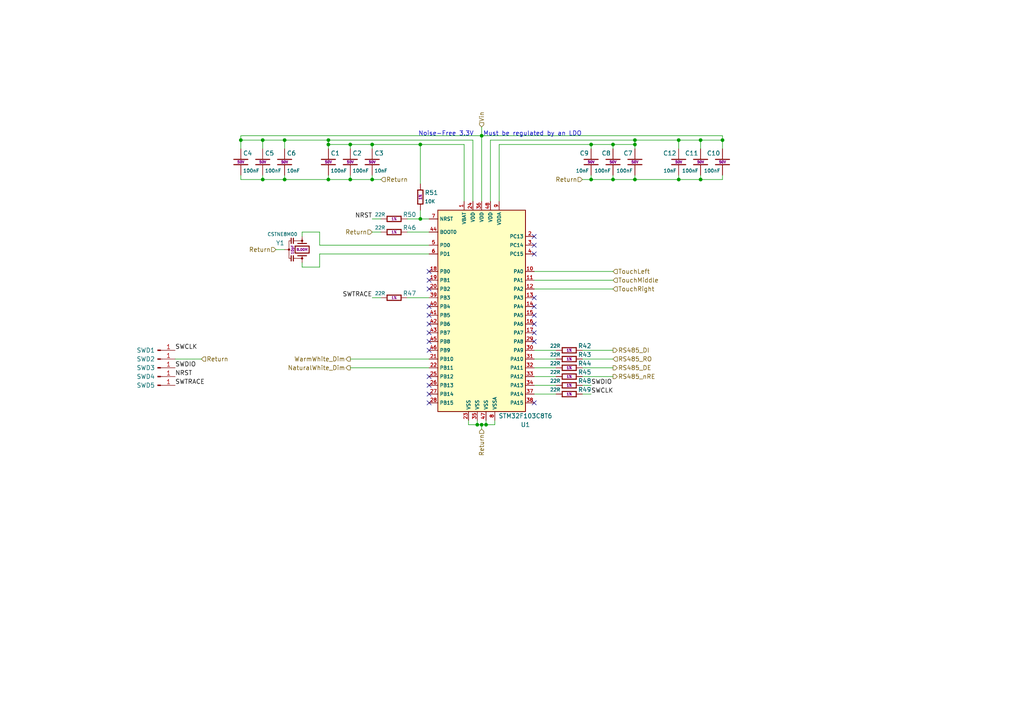
<source format=kicad_sch>
(kicad_sch (version 20231120) (generator "eeschema") (generator_version "8.0")
  (paper "A4")
  (lib_symbols
    (symbol "CoE_Capacitor:100nF" (pin_numbers hide) (pin_names (offset 0.254) hide)
      (property "Reference" "C" (at 0.635 2.54 0))
      (property "Value" "100nF" (at 0.635 -2.54 0))
      (property "Voltage" "50V" (at 0 0 0))
      (symbol "100nF_1_1"
        (polyline (pts (xy -2.032 -0.762) (xy 2.032 -0.762)) (stroke (width 0.3048)) (fill (type outline)))
        (polyline (pts (xy -2.032 0.762) (xy 2.032 0.762)) (stroke (width 0.3048)) (fill (type outline)))
        (pin passive line (at 0 3.81 270) (length 2.9972) (name "~") (number "1"))
        (pin passive line (at 0 -3.81 90) (length 2.9972) (name "~") (number "2"))
      )
    )
    (symbol "CoE_Capacitor:10nF" (pin_numbers hide) (pin_names (offset 0.254) hide)
      (property "Reference" "C" (at 0.635 2.54 0))
      (property "Value" "10nF" (at 0.635 -2.54 0))
      (property "Voltage" "50V" (at 0 0 0))
      (symbol "10nF_1_1"
        (polyline (pts (xy -2.032 -0.762) (xy 2.032 -0.762)) (stroke (width 0.3048)) (fill (type outline)))
        (polyline (pts (xy -2.032 0.762) (xy 2.032 0.762)) (stroke (width 0.3048)) (fill (type outline)))
        (pin passive line (at 0 3.81 270) (length 2.9972) (name "~") (number "1"))
        (pin passive line (at 0 -3.81 90) (length 2.9972) (name "~") (number "2"))
      )
    )
    (symbol "CoE_Clock:CSTNE8M00" (pin_numbers hide) (pin_names (offset 0.254) hide)
      (property "Reference" "Y" (at -7.62 1.905 0))
      (property "Value" "CSTNE8M00" (at -5.715 4.445 0))
      (property "Frequency" "8.00M" (at 0 0 0))
      (property "Load Capacitance" "10pF" (at -2.794 0 90))
      (symbol "CSTNE8M00_1_1"
        (circle (center -3.81 0) (radius 0.254) (fill (type outline)))
        (circle (center 0 -2.54) (radius 0.254) (fill (type outline)))
        (polyline (pts (xy -3.175 -1.778) (xy -3.175 -3.302)) (stroke (width 0.3048)))
        (polyline (pts (xy -3.175 3.302) (xy -3.175 1.778)) (stroke (width 0.3048)))
        (polyline (pts (xy -2.54 -3.302) (xy -2.54 -1.778)) (stroke (width 0.3048)))
        (polyline (pts (xy -2.54 1.778) (xy -2.54 3.302)) (stroke (width 0.3048)))
        (polyline (pts (xy -2.413 2.54) (xy 0 2.54)))
        (polyline (pts (xy -1.27 -1.778) (xy 1.27 -1.778)) (stroke (width 0.3048)))
        (polyline (pts (xy -1.27 1.778) (xy 1.27 1.778)) (stroke (width 0.3048)))
        (polyline (pts (xy 0 -2.54) (xy -2.54 -2.54)))
        (polyline (pts (xy 0 -1.905) (xy 0 -2.54)))
        (polyline (pts (xy 0 1.905) (xy 0 3.175)))
        (polyline (pts (xy -3.302 -2.54) (xy -3.81 -2.54) (xy -3.81 2.54) (xy -3.302 2.54)))
        (circle (center 0 2.54) (radius 0.254) (fill (type outline)))
        (rectangle (start 2.032 1.016) (end -2.032 -1.016) (stroke (width 0.3048)))
        (pin passive line (at 0 3.81 270) (length 1.27) (name "1") (number "1"))
        (pin passive line (at -5.08 0 0) (length 1.27) (name "2") (number "2"))
        (pin passive line (at 0 -3.81 90) (length 1.27) (name "3") (number "3"))
      )
    )
    (symbol "CoE_IntegratedCircuit:STM32F103C8T6"
      (property "Reference" "U" (at 12.7 -44.45 0))
      (property "Value" "STM32F103C8T6" (at 12.7 -41.91 0))
      (symbol "STM32F103C8T6_0_1"
        (rectangle (start -12.7 17.78) (end 12.7 -40.64) (stroke (width 0.254)) (fill (type background)))
      )
      (symbol "STM32F103C8T6_1_1"
        (pin power_in line (at -5.08 20.32 270) (length 2.54) (name "VBAT") (number "1"))
        (pin bidirectional line (at 15.24 0 180) (length 2.54) (name "PA0") (number "10"))
        (pin bidirectional line (at 15.24 -2.54 180) (length 2.54) (name "PA1") (number "11"))
        (pin bidirectional line (at 15.24 -5.08 180) (length 2.54) (name "PA2") (number "12"))
        (pin bidirectional line (at 15.24 -7.62 180) (length 2.54) (name "PA3") (number "13"))
        (pin bidirectional line (at 15.24 -10.16 180) (length 2.54) (name "PA4") (number "14"))
        (pin bidirectional line (at 15.24 -12.7 180) (length 2.54) (name "PA5") (number "15"))
        (pin bidirectional line (at 15.24 -15.24 180) (length 2.54) (name "PA6") (number "16"))
        (pin bidirectional line (at 15.24 -17.78 180) (length 2.54) (name "PA7") (number "17"))
        (pin bidirectional line (at -15.24 0 0) (length 2.54) (name "PB0") (number "18"))
        (pin bidirectional line (at -15.24 -2.54 0) (length 2.54) (name "PB1") (number "19"))
        (pin bidirectional line (at 15.24 10.16 180) (length 2.54) (name "PC13") (number "2"))
        (pin bidirectional line (at -15.24 -5.08 0) (length 2.54) (name "PB2") (number "20"))
        (pin bidirectional line (at -15.24 -25.4 0) (length 2.54) (name "PB10") (number "21"))
        (pin bidirectional line (at -15.24 -27.94 0) (length 2.54) (name "PB11") (number "22"))
        (pin power_in line (at -3.81 -43.18 90) (length 2.54) (name "VSS") (number "23"))
        (pin power_in line (at -2.54 20.32 270) (length 2.54) (name "VDD") (number "24"))
        (pin bidirectional line (at -15.24 -30.48 0) (length 2.54) (name "PB12") (number "25"))
        (pin bidirectional line (at -15.24 -33.02 0) (length 2.54) (name "PB13") (number "26"))
        (pin bidirectional line (at -15.24 -35.56 0) (length 2.54) (name "PB14") (number "27"))
        (pin bidirectional line (at -15.24 -38.1 0) (length 2.54) (name "PB15") (number "28"))
        (pin bidirectional line (at 15.24 -20.32 180) (length 2.54) (name "PA8") (number "29"))
        (pin bidirectional line (at 15.24 7.62 180) (length 2.54) (name "PC14") (number "3"))
        (pin bidirectional line (at 15.24 -22.86 180) (length 2.54) (name "PA9") (number "30"))
        (pin bidirectional line (at 15.24 -25.4 180) (length 2.54) (name "PA10") (number "31"))
        (pin bidirectional line (at 15.24 -27.94 180) (length 2.54) (name "PA11") (number "32"))
        (pin bidirectional line (at 15.24 -30.48 180) (length 2.54) (name "PA12") (number "33"))
        (pin bidirectional line (at 15.24 -33.02 180) (length 2.54) (name "PA13") (number "34"))
        (pin power_in line (at -1.27 -43.18 90) (length 2.54) (name "VSS") (number "35"))
        (pin power_in line (at 0 20.32 270) (length 2.54) (name "VDD") (number "36"))
        (pin bidirectional line (at 15.24 -35.56 180) (length 2.54) (name "PA14") (number "37"))
        (pin bidirectional line (at 15.24 -38.1 180) (length 2.54) (name "PA15") (number "38"))
        (pin bidirectional line (at -15.24 -7.62 0) (length 2.54) (name "PB3") (number "39"))
        (pin bidirectional line (at 15.24 5.08 180) (length 2.54) (name "PC15") (number "4"))
        (pin bidirectional line (at -15.24 -10.16 0) (length 2.54) (name "PB4") (number "40"))
        (pin bidirectional line (at -15.24 -12.7 0) (length 2.54) (name "PB5") (number "41"))
        (pin bidirectional line (at -15.24 -15.24 0) (length 2.54) (name "PB6") (number "42"))
        (pin bidirectional line (at -15.24 -17.78 0) (length 2.54) (name "PB7") (number "43"))
        (pin input line (at -15.24 11.43 0) (length 2.54) (name "BOOT0") (number "44"))
        (pin bidirectional line (at -15.24 -20.32 0) (length 2.54) (name "PB8") (number "45"))
        (pin bidirectional line (at -15.24 -22.86 0) (length 2.54) (name "PB9") (number "46"))
        (pin power_in line (at 1.27 -43.18 90) (length 2.54) (name "VSS") (number "47"))
        (pin power_in line (at 2.54 20.32 270) (length 2.54) (name "VDD") (number "48"))
        (pin bidirectional line (at -15.24 7.62 0) (length 2.54) (name "PD0") (number "5"))
        (pin bidirectional line (at -15.24 5.08 0) (length 2.54) (name "PD1") (number "6"))
        (pin input line (at -15.24 15.24 0) (length 2.54) (name "NRST") (number "7"))
        (pin power_in line (at 3.81 -43.18 90) (length 2.54) (name "VSSA") (number "8"))
        (pin power_in line (at 5.08 20.32 270) (length 2.54) (name "VDDA") (number "9"))
      )
    )
    (symbol "CoE_Resistor:10K" (pin_numbers hide) (pin_names (offset 0.254) hide)
      (property "Reference" "R" (at 1.27 1.27 0))
      (property "Value" "10K" (at 1.27 -1.27 0))
      (property "Tolerance" "1%" (at 0 0 90))
      (symbol "10K_1_1"
        (polyline (pts (xy -0.762 -2.032) (xy -0.762 2.032)) (stroke (width 0.3048)) (fill (type outline)))
        (polyline (pts (xy 0.762 -2.032) (xy -0.762 -2.032)) (stroke (width 0.3048)) (fill (type outline)))
        (polyline (pts (xy 0.762 -2.032) (xy 0.762 2.032)) (stroke (width 0.3048)) (fill (type outline)))
        (polyline (pts (xy 0.762 2.032) (xy -0.762 2.032)) (stroke (width 0.3048)) (fill (type outline)))
        (pin passive line (at 0 3.81 270) (length 1.6002) (name "~") (number "1"))
        (pin passive line (at 0 -3.81 90) (length 1.6002) (name "~") (number "2"))
      )
    )
    (symbol "CoE_Resistor:22R" (pin_numbers hide) (pin_names (offset 0.254) hide)
      (property "Reference" "R" (at 1.27 1.27 0))
      (property "Value" "22R" (at 1.27 -1.27 0))
      (property "Tolerance" "1%" (at 0 0 90))
      (symbol "22R_1_1"
        (polyline (pts (xy -0.762 -2.032) (xy -0.762 2.032)) (stroke (width 0.3048)) (fill (type outline)))
        (polyline (pts (xy 0.762 -2.032) (xy -0.762 -2.032)) (stroke (width 0.3048)) (fill (type outline)))
        (polyline (pts (xy 0.762 -2.032) (xy 0.762 2.032)) (stroke (width 0.3048)) (fill (type outline)))
        (polyline (pts (xy 0.762 2.032) (xy -0.762 2.032)) (stroke (width 0.3048)) (fill (type outline)))
        (pin passive line (at 0 3.81 270) (length 1.6002) (name "~") (number "1"))
        (pin passive line (at 0 -3.81 90) (length 1.6002) (name "~") (number "2"))
      )
    )
    (symbol "Connector:Conn_01x01_Pin" (pin_names (offset 1.016) hide)
      (property "Reference" "J" (at 0 2.54 0))
      (property "Value" "Conn_01x01_Pin" (at 0 -2.54 0))
      (symbol "Conn_01x01_Pin_1_1"
        (polyline (pts (xy 1.27 0) (xy 0.8636 0)) (stroke (width 0.1524)))
        (rectangle (start 0.8636 0.127) (end 0 -0.127) (stroke (width 0.1524)) (fill (type outline)))
        (pin passive line (at 5.08 0 180) (length 3.81) (name "Pin_1") (number "1"))
      )
    )
  )
  (junction (at 101.6 41.91))
  (junction (at 184.15 40.64))
  (junction (at 203.2 52.07))
  (junction (at 107.95 52.07))
  (junction (at 140.97 123.19))
  (junction (at 184.15 52.07))
  (junction (at 203.2 40.64))
  (junction (at 171.45 52.07))
  (junction (at 138.43 123.19))
  (junction (at 82.55 40.64))
  (junction (at 76.2 40.64))
  (junction (at 196.85 52.07))
  (junction (at 69.85 40.64))
  (junction (at 171.45 41.91))
  (junction (at 107.95 41.91))
  (junction (at 177.8 41.91))
  (junction (at 121.92 41.91))
  (junction (at 139.7 39.37))
  (junction (at 139.7 123.19))
  (junction (at 196.85 40.64))
  (junction (at 209.55 40.64))
  (junction (at 177.8 52.07))
  (junction (at 95.25 40.64))
  (junction (at 95.25 52.07))
  (junction (at 121.92 63.5))
  (junction (at 76.2 52.07))
  (junction (at 101.6 52.07))
  (junction (at 184.15 41.91))
  (junction (at 82.55 52.07))
  (junction (at 95.25 41.91))
  (no_connect (at 124.46 88.9))
  (no_connect (at 124.46 111.76))
  (no_connect (at 124.46 99.06))
  (no_connect (at 154.94 73.66))
  (no_connect (at 124.46 81.28))
  (no_connect (at 154.94 86.36))
  (no_connect (at 154.94 96.52))
  (no_connect (at 154.94 68.58))
  (no_connect (at 124.46 96.52))
  (no_connect (at 124.46 93.98))
  (no_connect (at 124.46 114.3))
  (no_connect (at 124.46 83.82))
  (no_connect (at 154.94 116.84))
  (no_connect (at 124.46 109.22))
  (no_connect (at 154.94 71.12))
  (no_connect (at 124.46 116.84))
  (no_connect (at 124.46 91.44))
  (no_connect (at 154.94 91.44))
  (no_connect (at 154.94 88.9))
  (no_connect (at 124.46 78.74))
  (no_connect (at 124.46 101.6))
  (no_connect (at 154.94 93.98))
  (no_connect (at 154.94 99.06))
  (wire (pts (xy 143.51 123.19) (xy 143.51 121.92)))
  (wire (pts (xy 184.15 41.91) (xy 184.15 43.18)))
  (wire (pts (xy 138.43 123.19) (xy 138.43 121.92)))
  (wire (pts (xy 154.94 106.68) (xy 161.29 106.68)))
  (wire (pts (xy 184.15 40.64) (xy 184.15 41.91)))
  (wire (pts (xy 171.45 41.91) (xy 177.8 41.91)))
  (wire (pts (xy 95.25 41.91) (xy 95.25 43.18)))
  (wire (pts (xy 184.15 50.8) (xy 184.15 52.07)))
  (wire (pts (xy 92.71 67.31) (xy 92.71 71.12)))
  (wire (pts (xy 135.89 123.19) (xy 135.89 121.92)))
  (wire (pts (xy 80.01 72.39) (xy 82.55 72.39)))
  (wire (pts (xy 184.15 40.64) (xy 142.24 40.64)))
  (wire (pts (xy 69.85 40.64) (xy 76.2 40.64)))
  (wire (pts (xy 168.91 101.6) (xy 177.8 101.6)))
  (wire (pts (xy 121.92 63.5) (xy 124.46 63.5)))
  (wire (pts (xy 76.2 52.07) (xy 82.55 52.07)))
  (wire (pts (xy 168.91 52.07) (xy 171.45 52.07)))
  (wire (pts (xy 139.7 58.42) (xy 139.7 39.37)))
  (wire (pts (xy 154.94 83.82) (xy 177.8 83.82)))
  (wire (pts (xy 82.55 50.8) (xy 82.55 52.07)))
  (wire (pts (xy 101.6 41.91) (xy 101.6 43.18)))
  (wire (pts (xy 142.24 40.64) (xy 142.24 58.42)))
  (wire (pts (xy 140.97 123.19) (xy 143.51 123.19)))
  (wire (pts (xy 69.85 52.07) (xy 76.2 52.07)))
  (wire (pts (xy 154.94 104.14) (xy 161.29 104.14)))
  (wire (pts (xy 177.8 50.8) (xy 177.8 52.07)))
  (wire (pts (xy 101.6 106.68) (xy 124.46 106.68)))
  (wire (pts (xy 107.95 41.91) (xy 107.95 43.18)))
  (wire (pts (xy 184.15 52.07) (xy 196.85 52.07)))
  (wire (pts (xy 171.45 52.07) (xy 177.8 52.07)))
  (wire (pts (xy 154.94 114.3) (xy 161.29 114.3)))
  (wire (pts (xy 121.92 41.91) (xy 121.92 53.34)))
  (wire (pts (xy 50.8 104.14) (xy 58.42 104.14)))
  (wire (pts (xy 209.55 50.8) (xy 209.55 52.07)))
  (wire (pts (xy 177.8 52.07) (xy 184.15 52.07)))
  (wire (pts (xy 95.25 50.8) (xy 95.25 52.07)))
  (wire (pts (xy 144.78 41.91) (xy 171.45 41.91)))
  (wire (pts (xy 87.63 67.31) (xy 92.71 67.31)))
  (wire (pts (xy 95.25 40.64) (xy 137.16 40.64)))
  (wire (pts (xy 154.94 101.6) (xy 161.29 101.6)))
  (wire (pts (xy 118.11 67.31) (xy 124.46 67.31)))
  (wire (pts (xy 168.91 114.3) (xy 171.45 114.3)))
  (wire (pts (xy 168.91 106.68) (xy 177.8 106.68)))
  (wire (pts (xy 92.71 71.12) (xy 124.46 71.12)))
  (wire (pts (xy 196.85 40.64) (xy 196.85 43.18)))
  (wire (pts (xy 196.85 50.8) (xy 196.85 52.07)))
  (wire (pts (xy 69.85 39.37) (xy 139.7 39.37)))
  (wire (pts (xy 196.85 40.64) (xy 203.2 40.64)))
  (wire (pts (xy 139.7 39.37) (xy 209.55 39.37)))
  (wire (pts (xy 196.85 52.07) (xy 203.2 52.07)))
  (wire (pts (xy 209.55 40.64) (xy 209.55 43.18)))
  (wire (pts (xy 101.6 41.91) (xy 95.25 41.91)))
  (wire (pts (xy 154.94 109.22) (xy 161.29 109.22)))
  (wire (pts (xy 203.2 40.64) (xy 203.2 43.18)))
  (wire (pts (xy 107.95 63.5) (xy 110.49 63.5)))
  (wire (pts (xy 171.45 50.8) (xy 171.45 52.07)))
  (wire (pts (xy 171.45 41.91) (xy 171.45 43.18)))
  (wire (pts (xy 168.91 109.22) (xy 177.8 109.22)))
  (wire (pts (xy 203.2 50.8) (xy 203.2 52.07)))
  (wire (pts (xy 144.78 58.42) (xy 144.78 41.91)))
  (wire (pts (xy 87.63 76.2) (xy 87.63 77.47)))
  (wire (pts (xy 140.97 123.19) (xy 140.97 121.92)))
  (wire (pts (xy 107.95 86.36) (xy 110.49 86.36)))
  (wire (pts (xy 87.63 68.58) (xy 87.63 67.31)))
  (wire (pts (xy 107.95 41.91) (xy 121.92 41.91)))
  (wire (pts (xy 82.55 52.07) (xy 95.25 52.07)))
  (wire (pts (xy 118.11 86.36) (xy 124.46 86.36)))
  (wire (pts (xy 76.2 50.8) (xy 76.2 52.07)))
  (wire (pts (xy 121.92 41.91) (xy 134.62 41.91)))
  (wire (pts (xy 107.95 50.8) (xy 107.95 52.07)))
  (wire (pts (xy 139.7 123.19) (xy 138.43 123.19)))
  (wire (pts (xy 121.92 60.96) (xy 121.92 63.5)))
  (wire (pts (xy 138.43 123.19) (xy 135.89 123.19)))
  (wire (pts (xy 209.55 39.37) (xy 209.55 40.64)))
  (wire (pts (xy 92.71 77.47) (xy 92.71 73.66)))
  (wire (pts (xy 154.94 78.74) (xy 177.8 78.74)))
  (wire (pts (xy 69.85 40.64) (xy 69.85 39.37)))
  (wire (pts (xy 87.63 77.47) (xy 92.71 77.47)))
  (wire (pts (xy 101.6 104.14) (xy 124.46 104.14)))
  (wire (pts (xy 107.95 67.31) (xy 110.49 67.31)))
  (wire (pts (xy 76.2 40.64) (xy 76.2 43.18)))
  (wire (pts (xy 203.2 52.07) (xy 209.55 52.07)))
  (wire (pts (xy 139.7 124.46) (xy 139.7 123.19)))
  (wire (pts (xy 101.6 52.07) (xy 107.95 52.07)))
  (wire (pts (xy 139.7 123.19) (xy 140.97 123.19)))
  (wire (pts (xy 137.16 40.64) (xy 137.16 58.42)))
  (wire (pts (xy 82.55 40.64) (xy 95.25 40.64)))
  (wire (pts (xy 118.11 63.5) (xy 121.92 63.5)))
  (wire (pts (xy 69.85 40.64) (xy 69.85 43.18)))
  (wire (pts (xy 168.91 104.14) (xy 177.8 104.14)))
  (wire (pts (xy 107.95 41.91) (xy 101.6 41.91)))
  (wire (pts (xy 92.71 73.66) (xy 124.46 73.66)))
  (wire (pts (xy 76.2 40.64) (xy 82.55 40.64)))
  (wire (pts (xy 134.62 41.91) (xy 134.62 58.42)))
  (wire (pts (xy 69.85 50.8) (xy 69.85 52.07)))
  (wire (pts (xy 95.25 52.07) (xy 101.6 52.07)))
  (wire (pts (xy 139.7 36.83) (xy 139.7 39.37)))
  (wire (pts (xy 101.6 50.8) (xy 101.6 52.07)))
  (wire (pts (xy 154.94 81.28) (xy 177.8 81.28)))
  (wire (pts (xy 168.91 111.76) (xy 171.45 111.76)))
  (wire (pts (xy 177.8 41.91) (xy 177.8 43.18)))
  (wire (pts (xy 209.55 40.64) (xy 203.2 40.64)))
  (wire (pts (xy 184.15 40.64) (xy 196.85 40.64)))
  (wire (pts (xy 177.8 41.91) (xy 184.15 41.91)))
  (wire (pts (xy 95.25 40.64) (xy 95.25 41.91)))
  (wire (pts (xy 154.94 111.76) (xy 161.29 111.76)))
  (wire (pts (xy 82.55 40.64) (xy 82.55 43.18)))
  (wire (pts (xy 107.95 52.07) (xy 110.49 52.07)))
  (text "Noise-Free 3.3V   Must be regulated by an LDO" (at 145.034 38.862 0) (effects (font (size 1.27 1.27))))
  (label "SWTRACE" (at 50.8 111.76 0))
  (label "SWTRACE" (at 107.95 86.36 180))
  (label "SWDIO" (at 171.45 111.76 0))
  (label "SWCLK" (at 50.8 101.6 0))
  (label "NRST" (at 107.95 63.5 180))
  (label "NRST" (at 50.8 109.22 0))
  (label "SWCLK" (at 171.45 114.3 0))
  (label "SWDIO" (at 50.8 106.68 0))
  (hierarchical_label "Return" (shape input) (at 80.01 72.39 180))
  (hierarchical_label "TouchLeft" (shape input) (at 177.8 78.74 0))
  (hierarchical_label "RS485_DE" (shape output) (at 177.8 106.68 0))
  (hierarchical_label "Return" (shape input) (at 168.91 52.07 180))
  (hierarchical_label "TouchRight" (shape input) (at 177.8 83.82 0))
  (hierarchical_label "RS485_RO" (shape input) (at 177.8 104.14 0))
  (hierarchical_label "TouchMiddle" (shape input) (at 177.8 81.28 0))
  (hierarchical_label "Return" (shape input) (at 58.42 104.14 0))
  (hierarchical_label "WarmWhite_Dim" (shape output) (at 101.6 104.14 180))
  (hierarchical_label "RS485_nRE" (shape output) (at 177.8 109.22 0))
  (hierarchical_label "Return" (shape input) (at 107.95 67.31 180))
  (hierarchical_label "Return" (shape input) (at 139.7 124.46 270))
  (hierarchical_label "Vin" (shape input) (at 139.7 36.83 90))
  (hierarchical_label "NaturalWhite_Dim" (shape output) (at 101.6 106.68 180))
  (hierarchical_label "Return" (shape input) (at 110.49 52.07 0))
  (hierarchical_label "RS485_DI" (shape output) (at 177.8 101.6 0))
  (symbol (lib_id "CoE_Capacitor:10nF") (at 107.95 46.99 0) (unit 1)
    (property "Reference" "C3" (at 108.585 44.45 0) (effects (justify left)))
    (property "Value" "10nF" (at 108.585 49.53 0) (effects (font (size 0.9906 0.9906)) (justify left)))
    (property "Footprint" "CoF_Capacitor:C-0402" (effects (hide yes)))
    (property "Description" "50V 10nF X7R ±10% 0402 Multilayer Ceramic Capacitors MLCC - SMD/SMT ROHS" (effects (hide yes)))
    (property "Voltage" "50V" (at 107.95 46.99 0) (effects (font (size 0.7112 0.7112))))
    (property "MFR. Part #" "CL05B103KB5NNNC" (effects (hide yes)))
    (property "JLCPCB Part #" "C15195" (effects (hide yes)))
  )
  (symbol (lib_id "Connector:Conn_01x01_Pin") (at 45.72 106.68 0) (mirror x) (unit 1) (in_bom no)
    (property "Reference" "SWD3" (at 44.958 106.68 0) (effects (justify right)))
    (property "Value" "Conn_01x01_Pin" (effects (hide yes)))
    (property "Footprint" "CoF_Connector:SolderPt_1x1.5mm" (effects (hide yes)))
    (property "Description" "Generic connector, single row, 01x01, script generated" (effects (hide yes)))
  )
  (symbol (lib_id "CoE_Capacitor:10nF") (at 171.45 46.99 0) (mirror y) (unit 1)
    (property "Reference" "C9" (at 170.815 44.45 0) (effects (justify left)))
    (property "Value" "10nF" (at 170.815 49.53 0) (effects (font (size 0.9906 0.9906)) (justify left)))
    (property "Footprint" "CoF_Capacitor:C-0402" (effects (hide yes)))
    (property "Description" "50V 10nF X7R ±10% 0402 Multilayer Ceramic Capacitors MLCC - SMD/SMT ROHS" (effects (hide yes)))
    (property "Voltage" "50V" (at 171.45 46.99 0) (effects (font (size 0.7112 0.7112))))
    (property "MFR. Part #" "CL05B103KB5NNNC" (effects (hide yes)))
    (property "JLCPCB Part #" "C15195" (effects (hide yes)))
  )
  (symbol (lib_id "CoE_Resistor:22R") (at 114.3 67.31 270) (mirror x) (unit 1)
    (property "Reference" "R46" (at 116.84 66.04 90) (effects (justify left)))
    (property "Value" "22R" (at 111.76 66.04 90) (effects (font (size 0.9906 0.9906)) (justify right)))
    (property "Footprint" "CoF_Resistor:R-0402" (effects (hide yes)))
    (property "Description" "±1% 1/16W Thick Film Resistors 50V ±200ppm/℃ -55℃~+155℃ 22Ω 0402 Chip Resistor - Surface Mount ROHS" (effects (hide yes)))
    (property "Tolerance" "1%" (at 114.3 67.31 90) (effects (font (size 0.7112 0.7112))))
    (property "MFR. Part #" "0402WGF220JTCE" (effects (hide yes)))
    (property "JLCPCB Part #" "C25092" (effects (hide yes)))
  )
  (symbol (lib_id "Connector:Conn_01x01_Pin") (at 45.72 109.22 0) (mirror x) (unit 1) (in_bom no)
    (property "Reference" "SWD4" (at 44.958 109.22 0) (effects (justify right)))
    (property "Value" "Conn_01x01_Pin" (effects (hide yes)))
    (property "Footprint" "CoF_Connector:SolderPt_1x1.5mm" (effects (hide yes)))
    (property "Description" "Generic connector, single row, 01x01, script generated" (effects (hide yes)))
  )
  (symbol (lib_id "CoE_Resistor:10K") (at 121.92 57.15 0) (unit 1)
    (property "Reference" "R51" (at 123.19 55.88 0) (effects (justify left)))
    (property "Value" "10K" (at 123.19 58.42 0) (effects (font (size 0.9906 0.9906)) (justify left)))
    (property "Footprint" "CoF_Resistor:R-0402" (effects (hide yes)))
    (property "Description" "±1% 1/16W Thick Film Resistors 50V ±100ppm/℃ -55℃~+155℃ 10kΩ 0402 Chip Resistor - Surface Mount ROHS" (effects (hide yes)))
    (property "Tolerance" "1%" (at 121.92 57.15 90) (effects (font (size 0.7112 0.7112))))
    (property "MFR. Part #" "0402WGF1002TCE" (effects (hide yes)))
    (property "JLCPCB Part #" "C25744" (effects (hide yes)))
  )
  (symbol (lib_id "CoE_Resistor:22R") (at 114.3 63.5 270) (mirror x) (unit 1)
    (property "Reference" "R50" (at 116.84 62.23 90) (effects (justify left)))
    (property "Value" "22R" (at 111.76 62.23 90) (effects (font (size 0.9906 0.9906)) (justify right)))
    (property "Footprint" "CoF_Resistor:R-0402" (effects (hide yes)))
    (property "Description" "±1% 1/16W Thick Film Resistors 50V ±200ppm/℃ -55℃~+155℃ 22Ω 0402 Chip Resistor - Surface Mount ROHS" (effects (hide yes)))
    (property "Tolerance" "1%" (at 114.3 63.5 90) (effects (font (size 0.7112 0.7112))))
    (property "MFR. Part #" "0402WGF220JTCE" (effects (hide yes)))
    (property "JLCPCB Part #" "C25092" (effects (hide yes)))
  )
  (symbol (lib_id "CoE_Capacitor:100nF") (at 95.25 46.99 0) (unit 1)
    (property "Reference" "C1" (at 95.885 44.45 0) (effects (justify left)))
    (property "Value" "100nF" (at 95.885 49.53 0) (effects (font (size 0.9906 0.9906)) (justify left)))
    (property "Footprint" "CoF_Capacitor:C-0402" (effects (hide yes)))
    (property "Description" "50V 100nF X7R ±10% 0402 Multilayer Ceramic Capacitors MLCC - SMD/SMT ROHS" (effects (hide yes)))
    (property "Voltage" "50V" (at 95.25 46.99 0) (effects (font (size 0.7112 0.7112))))
    (property "MFR. Part #" "CL05B104KB54PNC" (effects (hide yes)))
    (property "JLCPCB Part #" "C307331" (effects (hide yes)))
  )
  (symbol (lib_id "CoE_Capacitor:100nF") (at 69.85 46.99 0) (unit 1)
    (property "Reference" "C4" (at 70.485 44.45 0) (effects (justify left)))
    (property "Value" "100nF" (at 70.485 49.53 0) (effects (font (size 0.9906 0.9906)) (justify left)))
    (property "Footprint" "CoF_Capacitor:C-0402" (effects (hide yes)))
    (property "Description" "50V 100nF X7R ±10% 0402 Multilayer Ceramic Capacitors MLCC - SMD/SMT ROHS" (effects (hide yes)))
    (property "Voltage" "50V" (at 69.85 46.99 0) (effects (font (size 0.7112 0.7112))))
    (property "MFR. Part #" "CL05B104KB54PNC" (effects (hide yes)))
    (property "JLCPCB Part #" "C307331" (effects (hide yes)))
  )
  (symbol (lib_id "CoE_IntegratedCircuit:STM32F103C8T6") (at 139.7 78.74 0) (unit 1)
    (property "Reference" "U1" (at 152.4 123.19 0))
    (property "Value" "STM32F103C8T6" (at 152.4 120.65 0))
    (property "Footprint" "CoF_QuadFlat:LQFP-48" (effects (hide yes)))
    (property "Datasheet" "https://www.st.com/resource/en/datasheet/stm32f103c8.pdf" (effects (hide yes)))
    (property "Description" "STMicroelectronics Arm Cortex-M3 MCU, 64-128KB flash, 20KB RAM, 72 MHz, 2.0-3.6V, 37 GPIO, LQFP48" (effects (hide yes)))
    (property "MFR. Part #" "STM32F103C8T6" (effects (hide yes)))
    (property "JLCPCB Part #" "C8734" (effects (hide yes)))
  )
  (symbol (lib_id "CoE_Clock:CSTNE8M00") (at 87.63 72.39 0) (unit 1)
    (property "Reference" "Y1" (at 80.01 70.485 0) (effects (justify left)))
    (property "Value" "CSTNE8M00" (at 81.915 67.945 0) (effects (font (size 0.9906 0.9906))))
    (property "Footprint" "CoF_Crystal:CSTNE" (effects (hide yes)))
    (property "Datasheet" "www.murata.com/en/products/productdata/8801161740318/SPEC-CSTNE8M00G550000R0.pdf" (effects (hide yes)))
    (property "Description" "8MHz ±0.5% 10pF 40Ω SMD3213-3P Ceramic Resonators ROHS " (effects (hide yes)))
    (property "Frequency" "8.00M" (at 87.63 72.39 0) (effects (font (size 0.7112 0.7112))))
    (property "Load Capacitance" "10pF" (at 84.836 72.39 90) (effects (font (size 0.7112 0.7112))))
    (property "MFR. Part #" "CSTNE8M00G520000R0" (effects (hide yes)))
    (property "JLCPCB Part #" "C907975" (effects (hide yes)))
  )
  (symbol (lib_id "CoE_Resistor:22R") (at 165.1 101.6 270) (mirror x) (unit 1)
    (property "Reference" "R42" (at 167.64 100.33 90) (effects (justify left)))
    (property "Value" "22R" (at 162.56 100.33 90) (effects (font (size 0.9906 0.9906)) (justify right)))
    (property "Footprint" "CoF_Resistor:R-0402" (effects (hide yes)))
    (property "Description" "±1% 1/16W Thick Film Resistors 50V ±200ppm/℃ -55℃~+155℃ 22Ω 0402 Chip Resistor - Surface Mount ROHS" (effects (hide yes)))
    (property "Tolerance" "1%" (at 165.1 101.6 90) (effects (font (size 0.7112 0.7112))))
    (property "MFR. Part #" "0402WGF220JTCE" (effects (hide yes)))
    (property "JLCPCB Part #" "C25092" (effects (hide yes)))
  )
  (symbol (lib_id "CoE_Resistor:22R") (at 165.1 104.14 270) (mirror x) (unit 1)
    (property "Reference" "R43" (at 167.64 102.87 90) (effects (justify left)))
    (property "Value" "22R" (at 162.56 102.87 90) (effects (font (size 0.9906 0.9906)) (justify right)))
    (property "Footprint" "CoF_Resistor:R-0402" (effects (hide yes)))
    (property "Description" "±1% 1/16W Thick Film Resistors 50V ±200ppm/℃ -55℃~+155℃ 22Ω 0402 Chip Resistor - Surface Mount ROHS" (effects (hide yes)))
    (property "Tolerance" "1%" (at 165.1 104.14 90) (effects (font (size 0.7112 0.7112))))
    (property "MFR. Part #" "0402WGF220JTCE" (effects (hide yes)))
    (property "JLCPCB Part #" "C25092" (effects (hide yes)))
  )
  (symbol (lib_id "CoE_Resistor:22R") (at 165.1 106.68 270) (mirror x) (unit 1)
    (property "Reference" "R44" (at 167.64 105.41 90) (effects (justify left)))
    (property "Value" "22R" (at 162.56 105.41 90) (effects (font (size 0.9906 0.9906)) (justify right)))
    (property "Footprint" "CoF_Resistor:R-0402" (effects (hide yes)))
    (property "Description" "±1% 1/16W Thick Film Resistors 50V ±200ppm/℃ -55℃~+155℃ 22Ω 0402 Chip Resistor - Surface Mount ROHS" (effects (hide yes)))
    (property "Tolerance" "1%" (at 165.1 106.68 90) (effects (font (size 0.7112 0.7112))))
    (property "MFR. Part #" "0402WGF220JTCE" (effects (hide yes)))
    (property "JLCPCB Part #" "C25092" (effects (hide yes)))
  )
  (symbol (lib_id "CoE_Resistor:22R") (at 165.1 114.3 270) (mirror x) (unit 1)
    (property "Reference" "R49" (at 167.64 113.03 90) (effects (justify left)))
    (property "Value" "22R" (at 162.56 113.03 90) (effects (font (size 0.9906 0.9906)) (justify right)))
    (property "Footprint" "CoF_Resistor:R-0402" (effects (hide yes)))
    (property "Description" "±1% 1/16W Thick Film Resistors 50V ±200ppm/℃ -55℃~+155℃ 22Ω 0402 Chip Resistor - Surface Mount ROHS" (effects (hide yes)))
    (property "Tolerance" "1%" (at 165.1 114.3 90) (effects (font (size 0.7112 0.7112))))
    (property "MFR. Part #" "0402WGF220JTCE" (effects (hide yes)))
    (property "JLCPCB Part #" "C25092" (effects (hide yes)))
  )
  (symbol (lib_id "CoE_Capacitor:100nF") (at 184.15 46.99 0) (mirror y) (unit 1)
    (property "Reference" "C7" (at 183.515 44.45 0) (effects (justify left)))
    (property "Value" "100nF" (at 183.515 49.53 0) (effects (font (size 0.9906 0.9906)) (justify left)))
    (property "Footprint" "CoF_Capacitor:C-0402" (effects (hide yes)))
    (property "Description" "50V 100nF X7R ±10% 0402 Multilayer Ceramic Capacitors MLCC - SMD/SMT ROHS" (effects (hide yes)))
    (property "Voltage" "50V" (at 184.15 46.99 0) (effects (font (size 0.7112 0.7112))))
    (property "MFR. Part #" "CL05B104KB54PNC" (effects (hide yes)))
    (property "JLCPCB Part #" "C307331" (effects (hide yes)))
  )
  (symbol (lib_id "CoE_Resistor:22R") (at 114.3 86.36 270) (mirror x) (unit 1)
    (property "Reference" "R47" (at 116.84 85.09 90) (effects (justify left)))
    (property "Value" "22R" (at 111.76 85.09 90) (effects (font (size 0.9906 0.9906)) (justify right)))
    (property "Footprint" "CoF_Resistor:R-0402" (effects (hide yes)))
    (property "Description" "±1% 1/16W Thick Film Resistors 50V ±200ppm/℃ -55℃~+155℃ 22Ω 0402 Chip Resistor - Surface Mount ROHS" (effects (hide yes)))
    (property "Tolerance" "1%" (at 114.3 86.36 90) (effects (font (size 0.7112 0.7112))))
    (property "MFR. Part #" "0402WGF220JTCE" (effects (hide yes)))
    (property "JLCPCB Part #" "C25092" (effects (hide yes)))
  )
  (symbol (lib_id "CoE_Resistor:22R") (at 165.1 111.76 270) (mirror x) (unit 1)
    (property "Reference" "R48" (at 167.64 110.49 90) (effects (justify left)))
    (property "Value" "22R" (at 162.56 110.49 90) (effects (font (size 0.9906 0.9906)) (justify right)))
    (property "Footprint" "CoF_Resistor:R-0402" (effects (hide yes)))
    (property "Description" "±1% 1/16W Thick Film Resistors 50V ±200ppm/℃ -55℃~+155℃ 22Ω 0402 Chip Resistor - Surface Mount ROHS" (effects (hide yes)))
    (property "Tolerance" "1%" (at 165.1 111.76 90) (effects (font (size 0.7112 0.7112))))
    (property "MFR. Part #" "0402WGF220JTCE" (effects (hide yes)))
    (property "JLCPCB Part #" "C25092" (effects (hide yes)))
  )
  (symbol (lib_id "CoE_Capacitor:100nF") (at 203.2 46.99 0) (mirror y) (unit 1)
    (property "Reference" "C11" (at 202.565 44.45 0) (effects (justify left)))
    (property "Value" "100nF" (at 202.565 49.53 0) (effects (font (size 0.9906 0.9906)) (justify left)))
    (property "Footprint" "CoF_Capacitor:C-0402" (effects (hide yes)))
    (property "Description" "50V 100nF X7R ±10% 0402 Multilayer Ceramic Capacitors MLCC - SMD/SMT ROHS" (effects (hide yes)))
    (property "Voltage" "50V" (at 203.2 46.99 0) (effects (font (size 0.7112 0.7112))))
    (property "MFR. Part #" "CL05B104KB54PNC" (effects (hide yes)))
    (property "JLCPCB Part #" "C307331" (effects (hide yes)))
  )
  (symbol (lib_id "CoE_Capacitor:10nF") (at 82.55 46.99 0) (unit 1)
    (property "Reference" "C6" (at 83.185 44.45 0) (effects (justify left)))
    (property "Value" "10nF" (at 83.185 49.53 0) (effects (font (size 0.9906 0.9906)) (justify left)))
    (property "Footprint" "CoF_Capacitor:C-0402" (effects (hide yes)))
    (property "Description" "50V 10nF X7R ±10% 0402 Multilayer Ceramic Capacitors MLCC - SMD/SMT ROHS" (effects (hide yes)))
    (property "Voltage" "50V" (at 82.55 46.99 0) (effects (font (size 0.7112 0.7112))))
    (property "MFR. Part #" "CL05B103KB5NNNC" (effects (hide yes)))
    (property "JLCPCB Part #" "C15195" (effects (hide yes)))
  )
  (symbol (lib_id "CoE_Capacitor:100nF") (at 209.55 46.99 0) (mirror y) (unit 1)
    (property "Reference" "C10" (at 208.915 44.45 0) (effects (justify left)))
    (property "Value" "100nF" (at 208.915 49.53 0) (effects (font (size 0.9906 0.9906)) (justify left)))
    (property "Footprint" "CoF_Capacitor:C-0402" (effects (hide yes)))
    (property "Description" "50V 100nF X7R ±10% 0402 Multilayer Ceramic Capacitors MLCC - SMD/SMT ROHS" (effects (hide yes)))
    (property "Voltage" "50V" (at 209.55 46.99 0) (effects (font (size 0.7112 0.7112))))
    (property "MFR. Part #" "CL05B104KB54PNC" (effects (hide yes)))
    (property "JLCPCB Part #" "C307331" (effects (hide yes)))
  )
  (symbol (lib_id "Connector:Conn_01x01_Pin") (at 45.72 101.6 0) (mirror x) (unit 1) (in_bom no)
    (property "Reference" "SWD1" (at 44.958 101.6 0) (effects (justify right)))
    (property "Value" "Conn_01x01_Pin" (effects (hide yes)))
    (property "Footprint" "CoF_Connector:SolderPt_1x1.5mm" (effects (hide yes)))
    (property "Description" "Generic connector, single row, 01x01, script generated" (effects (hide yes)))
  )
  (symbol (lib_id "CoE_Resistor:22R") (at 165.1 109.22 270) (mirror x) (unit 1)
    (property "Reference" "R45" (at 167.64 107.95 90) (effects (justify left)))
    (property "Value" "22R" (at 162.56 107.95 90) (effects (font (size 0.9906 0.9906)) (justify right)))
    (property "Footprint" "CoF_Resistor:R-0402" (effects (hide yes)))
    (property "Description" "±1% 1/16W Thick Film Resistors 50V ±200ppm/℃ -55℃~+155℃ 22Ω 0402 Chip Resistor - Surface Mount ROHS" (effects (hide yes)))
    (property "Tolerance" "1%" (at 165.1 109.22 90) (effects (font (size 0.7112 0.7112))))
    (property "MFR. Part #" "0402WGF220JTCE" (effects (hide yes)))
    (property "JLCPCB Part #" "C25092" (effects (hide yes)))
  )
  (symbol (lib_id "CoE_Capacitor:100nF") (at 76.2 46.99 0) (unit 1)
    (property "Reference" "C5" (at 76.835 44.45 0) (effects (justify left)))
    (property "Value" "100nF" (at 76.835 49.53 0) (effects (font (size 0.9906 0.9906)) (justify left)))
    (property "Footprint" "CoF_Capacitor:C-0402" (effects (hide yes)))
    (property "Description" "50V 100nF X7R ±10% 0402 Multilayer Ceramic Capacitors MLCC - SMD/SMT ROHS" (effects (hide yes)))
    (property "Voltage" "50V" (at 76.2 46.99 0) (effects (font (size 0.7112 0.7112))))
    (property "MFR. Part #" "CL05B104KB54PNC" (effects (hide yes)))
    (property "JLCPCB Part #" "C307331" (effects (hide yes)))
  )
  (symbol (lib_id "CoE_Capacitor:100nF") (at 177.8 46.99 0) (mirror y) (unit 1)
    (property "Reference" "C8" (at 177.165 44.45 0) (effects (justify left)))
    (property "Value" "100nF" (at 177.165 49.53 0) (effects (font (size 0.9906 0.9906)) (justify left)))
    (property "Footprint" "CoF_Capacitor:C-0402" (effects (hide yes)))
    (property "Description" "50V 100nF X7R ±10% 0402 Multilayer Ceramic Capacitors MLCC - SMD/SMT ROHS" (effects (hide yes)))
    (property "Voltage" "50V" (at 177.8 46.99 0) (effects (font (size 0.7112 0.7112))))
    (property "MFR. Part #" "CL05B104KB54PNC" (effects (hide yes)))
    (property "JLCPCB Part #" "C307331" (effects (hide yes)))
  )
  (symbol (lib_id "Connector:Conn_01x01_Pin") (at 45.72 104.14 0) (mirror x) (unit 1) (in_bom no)
    (property "Reference" "SWD2" (at 44.958 104.14 0) (effects (justify right)))
    (property "Value" "Conn_01x01_Pin" (effects (hide yes)))
    (property "Footprint" "CoF_Connector:SolderPt_1x1.5mm" (effects (hide yes)))
    (property "Description" "Generic connector, single row, 01x01, script generated" (effects (hide yes)))
  )
  (symbol (lib_id "CoE_Capacitor:10nF") (at 196.85 46.99 0) (mirror y) (unit 1)
    (property "Reference" "C12" (at 196.215 44.45 0) (effects (justify left)))
    (property "Value" "10nF" (at 196.215 49.53 0) (effects (font (size 0.9906 0.9906)) (justify left)))
    (property "Footprint" "CoF_Capacitor:C-0402" (effects (hide yes)))
    (property "Description" "50V 10nF X7R ±10% 0402 Multilayer Ceramic Capacitors MLCC - SMD/SMT ROHS" (effects (hide yes)))
    (property "Voltage" "50V" (at 196.85 46.99 0) (effects (font (size 0.7112 0.7112))))
    (property "MFR. Part #" "CL05B103KB5NNNC" (effects (hide yes)))
    (property "JLCPCB Part #" "C15195" (effects (hide yes)))
  )
  (symbol (lib_id "Connector:Conn_01x01_Pin") (at 45.72 111.76 0) (mirror x) (unit 1) (in_bom no)
    (property "Reference" "SWD5" (at 44.958 111.76 0) (effects (justify right)))
    (property "Value" "Conn_01x01_Pin" (effects (hide yes)))
    (property "Footprint" "CoF_Connector:SolderPt_1x1.5mm" (effects (hide yes)))
    (property "Description" "Generic connector, single row, 01x01, script generated" (effects (hide yes)))
  )
  (symbol (lib_id "CoE_Capacitor:100nF") (at 101.6 46.99 0) (unit 1)
    (property "Reference" "C2" (at 102.235 44.45 0) (effects (justify left)))
    (property "Value" "100nF" (at 102.235 49.53 0) (effects (font (size 0.9906 0.9906)) (justify left)))
    (property "Footprint" "CoF_Capacitor:C-0402" (effects (hide yes)))
    (property "Description" "50V 100nF X7R ±10% 0402 Multilayer Ceramic Capacitors MLCC - SMD/SMT ROHS" (effects (hide yes)))
    (property "Voltage" "50V" (at 101.6 46.99 0) (effects (font (size 0.7112 0.7112))))
    (property "MFR. Part #" "CL05B104KB54PNC" (effects (hide yes)))
    (property "JLCPCB Part #" "C307331" (effects (hide yes)))
  )
)
</source>
